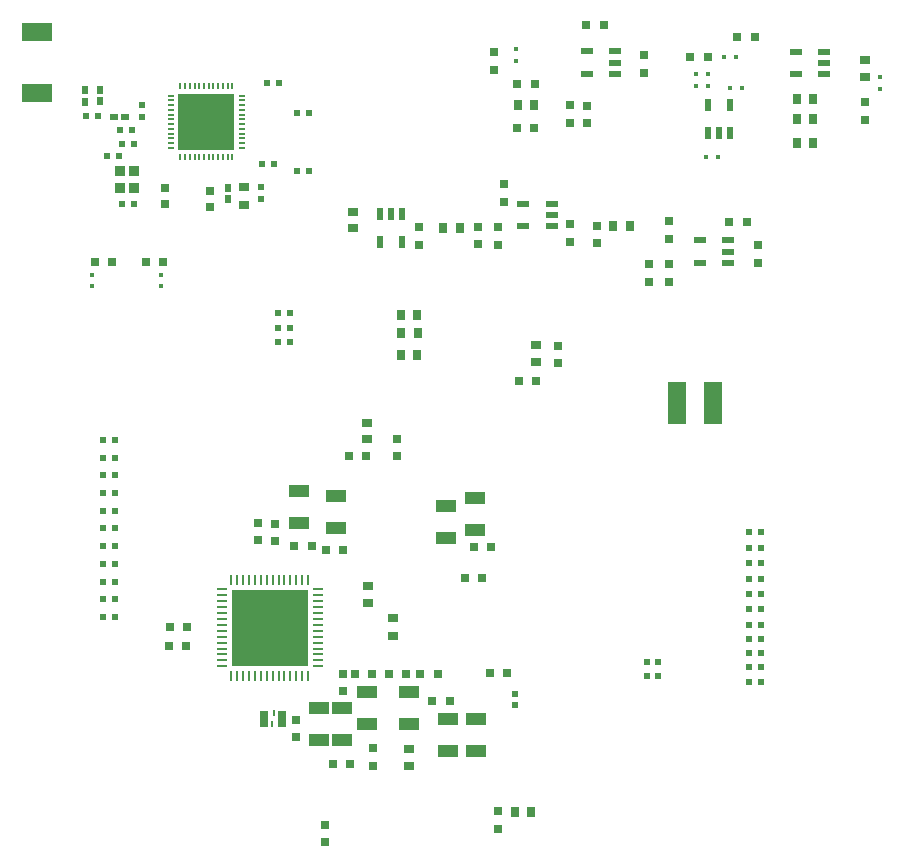
<source format=gtp>
%FSTAX25Y25*%
%MOIN*%
%SFA1B1*%

%IPPOS*%
%ADD10O,0.035430X0.009840*%
%ADD11R,0.066930X0.043310*%
%ADD13R,0.035430X0.031500*%
%ADD14R,0.031500X0.035430*%
%ADD16R,0.023620X0.043310*%
%ADD17R,0.031500X0.031500*%
%ADD18R,0.031500X0.031500*%
%ADD19R,0.041340X0.023620*%
%ADD20R,0.023620X0.041340*%
%ADD21R,0.031500X0.027560*%
%ADD22R,0.027560X0.031500*%
%ADD23R,0.023620X0.019690*%
%ADD24R,0.019690X0.023620*%
%ADD25R,0.255900X0.255900*%
%ADD26O,0.009840X0.035430*%
%ADD27R,0.019690X0.025590*%
%ADD28R,0.033470X0.037400*%
%ADD29O,0.025590X0.007870*%
%ADD30O,0.007870X0.025590*%
%ADD31R,0.185040X0.185040*%
%ADD32R,0.025590X0.019690*%
%ADD33R,0.035430X0.027560*%
%ADD34R,0.031500X0.029530*%
%ADD35R,0.102360X0.059060*%
%ADD36R,0.007870X0.019690*%
%ADD37R,0.029530X0.055120*%
%ADD38R,0.059060X0.141730*%
%ADD64R,0.015750X0.015750*%
%ADD65R,0.015750X0.015750*%
%LNhighspeed_v0-1*%
%LPD*%
G54D10*
X0175745Y0085716D03*
Y0087684D03*
Y0089653D03*
Y0091621D03*
X0143855Y0073905D03*
Y0075873D03*
Y0077842D03*
Y007981D03*
Y0081779D03*
Y0083747D03*
Y0085716D03*
Y0087684D03*
Y0089653D03*
Y0091621D03*
Y009359D03*
Y0095558D03*
Y0097527D03*
Y0099495D03*
X0175745D03*
Y0097527D03*
Y0095558D03*
Y009359D03*
Y0083747D03*
Y0081779D03*
Y007981D03*
Y0077842D03*
Y0075873D03*
Y0073905D03*
G54D11*
X01696Y0121685D03*
Y0132315D03*
X02281Y0119485D03*
Y0130115D03*
X0182Y0119985D03*
Y0130615D03*
X01923Y0054585D03*
Y0065215D03*
X02064Y0065315D03*
Y0054685D03*
X02193Y0056215D03*
Y0045585D03*
X02285Y0056215D03*
Y0045585D03*
X01761Y0060015D03*
Y0049385D03*
X01838Y0059915D03*
Y0049285D03*
X02187Y0127215D03*
Y0116585D03*
G54D13*
X03582Y0275956D03*
Y0270444D03*
X01877Y0219844D03*
Y0225356D03*
X02487Y0180856D03*
Y0175344D03*
X01921Y0155056D03*
Y0149544D03*
X02061Y0040644D03*
Y0046156D03*
G54D14*
X0341056Y02629D03*
X0335544D03*
X0341056Y02482D03*
X0335544D03*
X0341056Y02564D03*
X0335544D03*
X0209056Y01778D03*
X0203544D03*
X0209156Y0185D03*
X0203644D03*
X0209056Y0191D03*
X0203544D03*
X0223156Y02201D03*
X0217644D03*
X0279856Y02206D03*
X0274344D03*
X0248056Y02611D03*
X0242544D03*
X0247056Y00252D03*
X0241544D03*
G54D16*
X030576Y0251576D03*
X03095D03*
X031324D03*
Y0261024D03*
X030576D03*
G54D17*
X0305753Y0277D03*
X0299847D03*
X0265347Y02875D03*
X0271253D03*
X0242247Y02679D03*
X0248153D03*
X0248653Y0169D03*
X0242747D03*
X0312847Y02219D03*
X0318753D03*
X0315547Y02838D03*
X0321453D03*
X0192053Y01441D03*
X0186147D03*
X0101447Y02085D03*
X0107353D03*
X0118447D03*
X0124353D03*
G54D18*
X02846Y0277653D03*
Y0271747D03*
X02655Y0260753D03*
Y0254847D03*
X026Y0260853D03*
Y0254947D03*
X02379Y0228647D03*
Y0234553D03*
X02928Y0216347D03*
Y0222253D03*
X026Y0221153D03*
Y0215247D03*
X03226Y0208247D03*
Y0214153D03*
X02096Y0220253D03*
Y0214347D03*
X02293Y0220453D03*
Y0214547D03*
X02358Y0220353D03*
Y0214447D03*
X02688Y0220753D03*
Y0214847D03*
X02928Y0208053D03*
Y0202147D03*
X02863Y0208053D03*
Y0202147D03*
X01943Y0046553D03*
Y0040647D03*
X02347Y0278553D03*
Y0272647D03*
X03581Y0262053D03*
Y0256147D03*
X02358Y0025553D03*
Y0019647D03*
G54D19*
X0265576Y027136D03*
Y027884D03*
X0275024D03*
Y02751D03*
Y027136D03*
X0244376Y022066D03*
Y022814D03*
X0253824D03*
Y02244D03*
Y022066D03*
X0303276Y020836D03*
Y021584D03*
X0312724D03*
Y02121D03*
Y020836D03*
X0335276Y027116D03*
Y027864D03*
X0344724D03*
Y02749D03*
Y027116D03*
G54D20*
X020404Y0215276D03*
X019656D03*
Y0224724D03*
X02003D03*
X020404D03*
G54D21*
X02559Y0175046D03*
Y0180754D03*
X01784Y0020954D03*
Y0015246D03*
X01687Y0055954D03*
Y0050246D03*
X01842Y0065546D03*
Y0071254D03*
X0156Y0115846D03*
Y0121554D03*
X01617Y0115746D03*
Y0121454D03*
X02021Y0144046D03*
Y0149754D03*
G54D22*
X0242346Y02534D03*
X0248054D03*
X0131954Y00807D03*
X0126246D03*
X0132154Y00869D03*
X0126446D03*
X0219754Y00622D03*
X0214046D03*
X0239054Y00717D03*
X0233346D03*
X0186554Y00412D03*
X0180846D03*
X0188346Y00712D03*
X0194054D03*
X0205354D03*
X0199646D03*
X0215754Y00714D03*
X0210046D03*
X0227946Y01137D03*
X0233654D03*
X0230554Y01032D03*
X0224846D03*
X0178446Y01125D03*
X0184154D03*
X0168046Y0114D03*
X0173754D03*
G54D23*
X0323667Y00784D03*
X031973D03*
X0323667Y00735D03*
X031973D03*
X0323667Y01185D03*
X031973D03*
X0323667Y00687D03*
X031973D03*
X0098544Y02573D03*
X0102481D03*
X0109932Y02525D03*
X0113868D03*
X0114456Y0248D03*
X0110519D03*
X0159031Y02683D03*
X0162969D03*
X0168832Y02582D03*
X0172768D03*
X0109569Y02439D03*
X0105631D03*
X0157231Y02413D03*
X0161169D03*
X0168931Y02391D03*
X0172869D03*
X0114456Y02281D03*
X0110519D03*
X0285432Y00708D03*
X0289369D03*
X0285432Y00754D03*
X0289369D03*
X031973Y0113367D03*
X0323667D03*
X0108268Y0149395D03*
X0104332D03*
Y00903D03*
X0108268D03*
X031973Y00829D03*
X0323667D03*
X031973Y0108233D03*
X0323667D03*
X0104332Y009621D03*
X0108268D03*
X031973Y01031D03*
X0323667D03*
X0108268Y0143485D03*
X0104332D03*
Y0102119D03*
X0108268D03*
X031973Y0097967D03*
X0323667D03*
X0108268Y0137576D03*
X0104332D03*
Y0108028D03*
X0108268D03*
Y0131666D03*
X0104332D03*
X0108268Y0125757D03*
X0104332D03*
X031973Y0092833D03*
X0323667D03*
X031973Y00877D03*
X0323667D03*
X0108268Y0119847D03*
X0104332D03*
X0108268Y0113938D03*
X0104332D03*
X0166569Y01916D03*
X0162631D03*
X0166668Y01867D03*
X0162732D03*
X0166469Y01819D03*
X0162531D03*
G54D24*
X01569Y0233569D03*
Y0229631D03*
X01174Y0261069D03*
Y0257132D03*
X02416Y0064768D03*
Y0060831D03*
G54D25*
X01598Y00867D03*
G54D26*
X0172595Y0070755D03*
X0170627D03*
X0168658D03*
X016669D03*
X0164721D03*
X0162753D03*
X0160784D03*
X0158816D03*
X0156847D03*
X0154879D03*
X015291D03*
X0150942D03*
X0148973D03*
X0147005D03*
Y0102645D03*
X0148973D03*
X0150942D03*
X015291D03*
X0154879D03*
X0156847D03*
X0158816D03*
X0160784D03*
X0162753D03*
X0164721D03*
X016669D03*
X0168658D03*
X0170627D03*
X0172595D03*
G54D27*
X00984Y026587D03*
Y026213D03*
X01031Y026597D03*
Y026223D03*
X01459Y022973D03*
Y023347D03*
G54D28*
X0114458Y0233346D03*
X010993D03*
Y0239054D03*
X0114458D03*
G54D29*
X0150609Y0246739D03*
Y0248313D03*
Y0249888D03*
Y0251463D03*
Y0253038D03*
Y0254613D03*
Y0256187D03*
Y0257762D03*
Y0259337D03*
Y0260912D03*
Y0262487D03*
Y0264061D03*
X0126791D03*
Y0262487D03*
Y0260912D03*
Y0259337D03*
Y0257762D03*
Y0256187D03*
Y0254613D03*
Y0253038D03*
Y0251463D03*
Y0249888D03*
Y0248313D03*
Y0246739D03*
G54D30*
X0147361Y0267309D03*
X0145787D03*
X0144212D03*
X0142637D03*
X0141062D03*
X0139487D03*
X0137913D03*
X0136338D03*
X0134763D03*
X0133188D03*
X0131613D03*
X0130039D03*
Y0243491D03*
X0131613D03*
X0133188D03*
X0134763D03*
X0136338D03*
X0137913D03*
X0139487D03*
X0141062D03*
X0142637D03*
X0144212D03*
X0145787D03*
X0147361D03*
G54D31*
X01387Y02554D03*
G54D32*
X010783Y02571D03*
X011157D03*
G54D33*
X0151239Y0227647D03*
Y0233553D03*
X01925Y0094847D03*
Y0100753D03*
X02008Y0089853D03*
Y0083947D03*
G54D34*
X01249Y0228043D03*
Y0233358D03*
X01398Y0232258D03*
Y0226942D03*
G54D35*
X00822Y028522D03*
Y0265141D03*
G54D36*
X0161294Y0058172D03*
X0160506Y0054628D03*
G54D37*
X0163754Y00564D03*
X0158046D03*
G54D38*
X0295694Y01616D03*
X0307505D03*
G54D64*
X03634Y0266263D03*
Y02702D03*
X02419Y0279637D03*
Y02757D03*
X01236Y02005D03*
Y0204437D03*
X01005Y02005D03*
Y0204437D03*
G54D65*
X0315337Y0277D03*
X03114D03*
X03173Y02668D03*
X0313363D03*
X03059Y02673D03*
X0301963D03*
X0302Y02712D03*
X0305937D03*
X03093Y02437D03*
X0305363D03*
M02*
</source>
